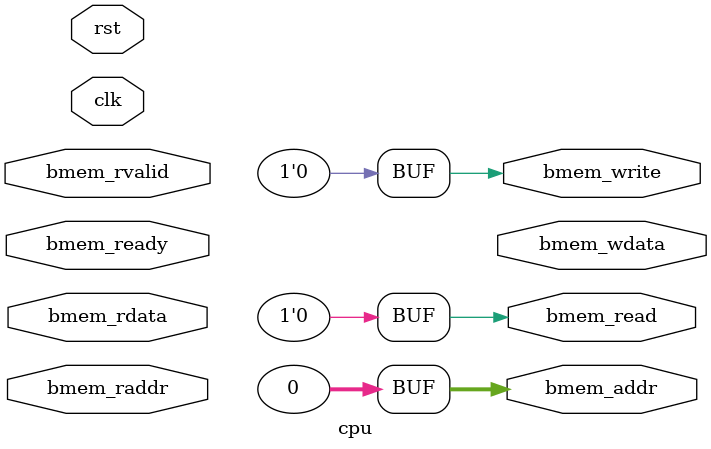
<source format=sv>
module cpu (
    input  logic               clk,
    input  logic               rst,
    output logic   [31:0]      bmem_addr,
    output logic               bmem_read,
    output logic               bmem_write,
    output logic   [63:0]      bmem_wdata,
    input  logic               bmem_ready,

    input  logic   [31:0]      bmem_raddr,
    input  logic   [63:0]      bmem_rdata,
    input  logic               bmem_rvalid
);

assign bmem_addr = '0;
assign bmem_read = '0;
assign bmem_write = '0;

endmodule : cpu
</source>
